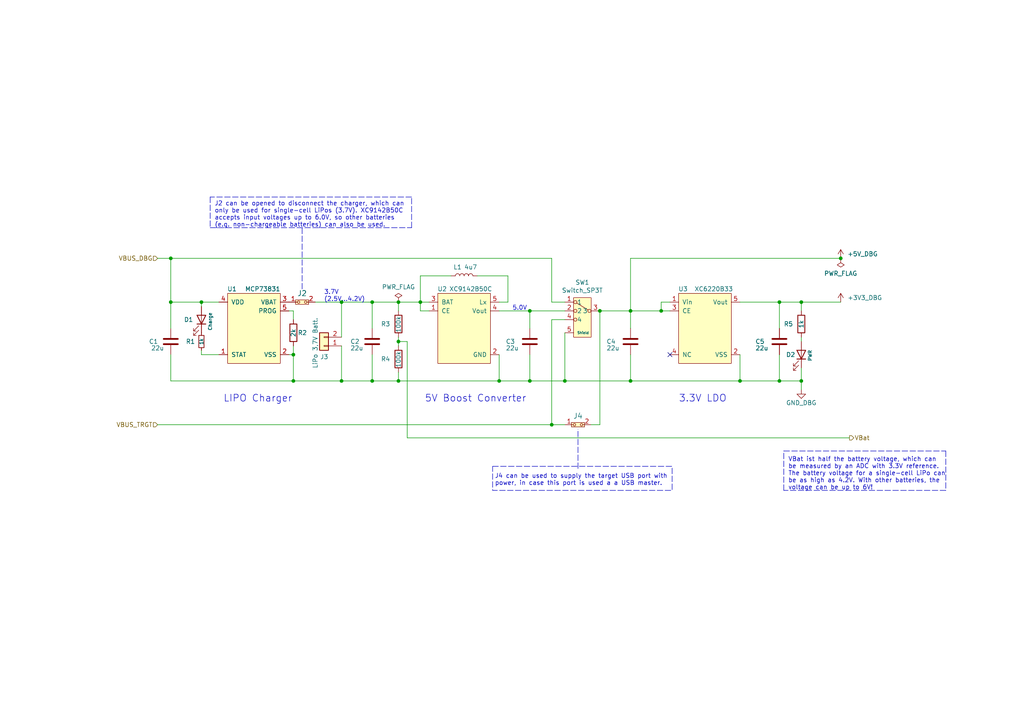
<source format=kicad_sch>
(kicad_sch (version 20231120) (generator "eeschema") (generator_version "8.0")
  (paper "A4")
  (title_block (title "RP2350 Launchpad") (date "2024-12-10") (rev "v1.0") (company "ISS Intelligent Sensor Solutions") (comment 1 "(C) 2024 A. Terstegge") (comment 2 "and integrated RP2040-based debugger") (comment 3 "A TI-style Launchpad with RP2350 MCU"))
  (lib_symbols
    (symbol "Connector_Generic:Conn_01x02" (pin_names (offset 1.016) hide)
      (property "Reference" "J" (at 0 2.54 0))
      (property "Value" "Conn_01x02" (at 0 -5.08 0))
      (symbol "Conn_01x02_1_1"
        (rectangle (start -1.27 -2.413) (end 0 -2.667) (stroke (width 0.1524)))
        (rectangle (start -1.27 0.127) (end 0 -0.127) (stroke (width 0.1524)))
        (rectangle (start -1.27 1.27) (end 1.27 -3.81) (stroke (width 0.254)) (fill (type background)))
        (pin passive line (at -5.08 0 0) (length 3.81) (name "Pin_1") (number "1"))
        (pin passive line (at -5.08 -2.54 0) (length 3.81) (name "Pin_2") (number "2"))
      )
    )
    (symbol "Device:C" (pin_numbers hide) (pin_names (offset 0.254))
      (property "Reference" "C" (at 0.635 2.54 0))
      (property "Value" "C" (at 0.635 -2.54 0))
      (symbol "C_0_1"
        (polyline (pts (xy -2.032 -0.762) (xy 2.032 -0.762)) (stroke (width 0.508)))
        (polyline (pts (xy -2.032 0.762) (xy 2.032 0.762)) (stroke (width 0.508)))
      )
      (symbol "C_1_1"
        (pin passive line (at 0 3.81 270) (length 2.794) (name "~") (number "1"))
        (pin passive line (at 0 -3.81 90) (length 2.794) (name "~") (number "2"))
      )
    )
    (symbol "Device:L" (pin_numbers hide) (pin_names (offset 1.016) hide)
      (property "Reference" "L" (at -1.27 0 90))
      (property "Value" "L" (at 1.905 0 90))
      (symbol "L_0_1"
        (arc (start 0 -2.54) (mid 0.6323 -1.905) (end 0 -1.27))
        (arc (start 0 -1.27) (mid 0.6323 -0.635) (end 0 0))
        (arc (start 0 0) (mid 0.6323 0.635) (end 0 1.27))
        (arc (start 0 1.27) (mid 0.6323 1.905) (end 0 2.54))
      )
      (symbol "L_1_1"
        (pin passive line (at 0 3.81 270) (length 1.27) (name "1") (number "1"))
        (pin passive line (at 0 -3.81 90) (length 1.27) (name "2") (number "2"))
      )
    )
    (symbol "Device:LED" (pin_numbers hide) (pin_names (offset 1.016) hide)
      (property "Reference" "D" (at 0 2.54 0))
      (property "Value" "LED" (at 0 -2.54 0))
      (symbol "LED_0_1"
        (polyline (pts (xy -1.27 -1.27) (xy -1.27 1.27)) (stroke (width 0.254)))
        (polyline (pts (xy -1.27 0) (xy 1.27 0)))
        (polyline (pts (xy 1.27 -1.27) (xy 1.27 1.27) (xy -1.27 0) (xy 1.27 -1.27)) (stroke (width 0.254)))
        (polyline (pts (xy -3.048 -0.762) (xy -4.572 -2.286) (xy -3.81 -2.286) (xy -4.572 -2.286) (xy -4.572 -1.524)))
        (polyline (pts (xy -1.778 -0.762) (xy -3.302 -2.286) (xy -2.54 -2.286) (xy -3.302 -2.286) (xy -3.302 -1.524)))
      )
      (symbol "LED_1_1"
        (pin passive line (at -3.81 0 0) (length 2.54) (name "K") (number "1"))
        (pin passive line (at 3.81 0 180) (length 2.54) (name "A") (number "2"))
      )
    )
    (symbol "Device:R" (pin_numbers hide) (pin_names (offset 0))
      (property "Reference" "R" (at 2.032 0 90))
      (property "Value" "R" (at 0 0 90))
      (symbol "R_0_1"
        (rectangle (start -1.016 -2.54) (end 1.016 2.54) (stroke (width 0.254)))
      )
      (symbol "R_1_1"
        (pin passive line (at 0 3.81 270) (length 1.27) (name "~") (number "1"))
        (pin passive line (at 0 -3.81 90) (length 1.27) (name "~") (number "2"))
      )
    )
    (symbol "Device:R_Small" (pin_numbers hide) (pin_names (offset 0.254) hide)
      (property "Reference" "R" (at 0.762 0.508 0))
      (property "Value" "R_Small" (at 0.762 -1.016 0))
      (symbol "R_Small_0_1"
        (rectangle (start -0.762 1.778) (end 0.762 -1.778) (stroke (width 0.2032)))
      )
      (symbol "R_Small_1_1"
        (pin passive line (at 0 2.54 270) (length 0.762) (name "~") (number "1"))
        (pin passive line (at 0 -2.54 90) (length 0.762) (name "~") (number "2"))
      )
    )
    (symbol "power:PWR_FLAG" (power) (pin_numbers hide) (pin_names (offset 0) hide)
      (property "Value" "PWR_FLAG" (at 0 3.81 0))
      (symbol "PWR_FLAG_0_0"
        (pin power_out line (at 0 0 90) (length 0) (name "~") (number "1"))
      )
      (symbol "PWR_FLAG_0_1"
        (polyline (pts (xy 0 0) (xy 0 1.27) (xy -1.016 1.905) (xy 0 2.54) (xy 1.016 1.905) (xy 0 1.27)))
      )
    )
    (symbol "rp2350b-launchpad-PCB:+3V3_DBG" (power) (pin_names (offset 0))
      (property "Value" "+3V3_DBG" (at 0 3.556 0))
      (symbol "+3V3_DBG_0_1"
        (polyline (pts (xy -0.762 1.27) (xy 0 2.54)))
        (polyline (pts (xy 0 0) (xy 0 2.54)))
        (polyline (pts (xy 0 2.54) (xy 0.762 1.27)))
      )
      (symbol "+3V3_DBG_1_1"
        (pin power_in line (at 0 0 90) (length 0) hide (name "+3V3_DBG") (number "1"))
      )
    )
    (symbol "rp2350b-launchpad-PCB:+5V_DBG" (power) (pin_names (offset 0))
      (property "Value" "+5V_DBG" (at 0 3.81 0))
      (symbol "+5V_DBG_0_1"
        (polyline (pts (xy -0.762 1.27) (xy 0 2.54)))
        (polyline (pts (xy 0 0) (xy 0 2.54)))
        (polyline (pts (xy 0 2.54) (xy 0.762 1.27)))
      )
      (symbol "+5V_DBG_1_1"
        (pin power_in line (at 0 0 90) (length 0) hide (name "+5V_DBG") (number "1"))
      )
    )
    (symbol "rp2350b-launchpad-PCB:GND_DBG" (power) (pin_names (offset 0))
      (property "Value" "GND_DBG" (at 0 -3.81 0))
      (symbol "GND_DBG_0_1"
        (polyline (pts (xy 0 0) (xy 0 -1.27) (xy 1.27 -1.27) (xy 0 -2.54) (xy -1.27 -1.27) (xy 0 -1.27)))
      )
      (symbol "GND_DBG_1_1"
        (pin power_in line (at 0 0 270) (length 0) hide (name "GND_DBG") (number "1"))
      )
    )
    (symbol "rp2350b-launchpad-PCB:Jumper" (pin_names (offset 1.016))
      (property "Reference" "J" (at -3.302 3.048 0))
      (property "Value" "Jumper" (at 2.794 3.302 0))
      (symbol "Jumper_0_1"
        (rectangle (start -1.905 0.635) (end 1.905 -0.635) (fill (type background)))
        (circle (center -1.016 0) (radius 0.3556))
        (circle (center 1.016 0) (radius 0.3556))
      )
      (symbol "Jumper_1_1"
        (pin passive line (at -3.81 0 0) (length 2.4384) (name "~") (number "1"))
        (pin passive line (at 3.81 0 180) (length 2.4384) (name "~") (number "2"))
      )
    )
    (symbol "rp2350b-launchpad-PCB:MCP73831" (pin_names (offset 1.016))
      (property "Reference" "U" (at -6.35 11.43 0))
      (property "Value" "MCP73831" (at -2.54 -11.43 0))
      (symbol "MCP73831_0_1"
        (rectangle (start -7.62 -10.16) (end 7.62 10.16) (fill (type background)))
      )
      (symbol "MCP73831_1_1"
        (pin power_out line (at -10.16 -7.62 0) (length 2.54) (name "STAT") (number "1"))
        (pin power_in line (at 10.16 -7.62 180) (length 2.54) (name "VSS") (number "2"))
        (pin power_out line (at 10.16 7.62 180) (length 2.54) (name "VBAT") (number "3"))
        (pin power_in line (at -10.16 7.62 0) (length 2.54) (name "VDD") (number "4"))
        (pin passive line (at 10.16 5.08 180) (length 2.54) (name "PROG") (number "5"))
      )
    )
    (symbol "rp2350b-launchpad-PCB:Switch_SP3T" (pin_names (offset 1.016))
      (property "Reference" "SW" (at -3.81 2.54 0))
      (property "Value" "Switch_SP3T" (at -2.54 -11.43 0))
      (symbol "Switch_SP3T_0_1"
        (rectangle (start 0 -10.16) (end -5.08 1.27) (fill (type background)))
      )
      (symbol "Switch_SP3T_1_1"
        (circle (center -4.572 -2.54) (radius 0.4572))
        (circle (center -0.508 -5.08) (radius 0.4572))
        (circle (center -0.508 -2.54) (radius 0.4572))
        (circle (center -0.508 0) (radius 0.4572))
        (polyline (pts (xy -4.191 -2.286) (xy -0.889 -0.254)))
        (pin passive line (at 2.54 0 180) (length 2.54) (name "1") (number "1"))
        (pin passive line (at 2.54 -2.54 180) (length 2.54) (name "2") (number "2"))
        (pin passive line (at -7.62 -2.54 0) (length 2.54) (name "3") (number "3"))
        (pin passive line (at 2.54 -5.08 180) (length 2.54) (name "4") (number "4"))
        (pin passive line (at 2.54 -8.89 180) (length 2.54) (name "Shield") (number "5"))
      )
    )
    (symbol "rp2350b-launchpad-PCB:XC6220B33" (pin_names (offset 1.016))
      (property "Reference" "U" (at -6.35 11.43 0))
      (property "Value" "XC6220B33" (at -2.54 -11.43 0))
      (symbol "XC6220B33_0_1"
        (rectangle (start -7.62 -10.16) (end 7.62 10.16) (fill (type background)))
      )
      (symbol "XC6220B33_1_1"
        (pin power_in line (at -10.16 7.62 0) (length 2.54) (name "Vin") (number "1"))
        (pin power_in line (at 10.16 -7.62 180) (length 2.54) (name "VSS") (number "2"))
        (pin input line (at -10.16 5.08 0) (length 2.54) (name "CE") (number "3"))
        (pin passive line (at -10.16 -7.62 0) (length 2.54) (name "NC") (number "4"))
        (pin power_out line (at 10.16 7.62 180) (length 2.54) (name "Vout") (number "5"))
      )
    )
    (symbol "rp2350b-launchpad-PCB:XC9142B50C" (pin_names (offset 1.016))
      (property "Reference" "U" (at -6.35 11.43 0))
      (property "Value" "XC9142B50C" (at -1.27 -11.43 0))
      (symbol "XC9142B50C_0_1"
        (rectangle (start -7.62 -10.16) (end 7.62 10.16) (fill (type background)))
      )
      (symbol "XC9142B50C_1_1"
        (pin input line (at -10.16 5.08 0) (length 2.54) (name "CE") (number "1"))
        (pin power_in line (at 10.16 -7.62 180) (length 2.54) (name "GND") (number "2"))
        (pin power_in line (at -10.16 7.62 0) (length 2.54) (name "BAT") (number "3"))
        (pin power_out line (at 10.16 5.08 180) (length 2.54) (name "Vout") (number "4"))
        (pin passive line (at 10.16 7.62 180) (length 2.54) (name "Lx") (number "5"))
      )
    )
  )
  (junction (at 85.09 110.49))
  (junction (at 243.84 74.93))
  (junction (at 99.06 110.49))
  (junction (at 182.88 90.17))
  (junction (at 153.67 90.17))
  (junction (at 49.53 74.93))
  (junction (at 214.63 110.49))
  (junction (at 144.78 110.49))
  (junction (at 191.77 90.17))
  (junction (at 115.57 110.49))
  (junction (at 232.41 87.63))
  (junction (at 107.95 110.49))
  (junction (at 232.41 110.49))
  (junction (at 85.09 102.87))
  (junction (at 107.95 87.63))
  (junction (at 226.06 87.63))
  (junction (at 121.92 87.63))
  (junction (at 58.42 87.63))
  (junction (at 99.06 87.63))
  (junction (at 182.88 110.49))
  (junction (at 226.06 110.49))
  (junction (at 115.57 99.06))
  (junction (at 163.83 110.49))
  (junction (at 49.53 87.63))
  (junction (at 160.02 123.19))
  (junction (at 173.99 90.17))
  (junction (at 115.57 87.63))
  (junction (at 153.67 110.49))
  (no_connect (at 194.31 102.87))
  (polyline (pts (xy 274.32 130.81) (xy 274.32 142.24)) (stroke (width 0) (type dash)))
  (polyline (pts (xy 227.33 142.24) (xy 227.33 130.81)) (stroke (width 0) (type dash)))
  (wire (pts (xy 171.45 123.19) (xy 173.99 123.19)))
  (wire (pts (xy 144.78 90.17) (xy 153.67 90.17)))
  (wire (pts (xy 160.02 92.71) (xy 163.83 92.71)))
  (wire (pts (xy 124.46 87.63) (xy 121.92 87.63)))
  (wire (pts (xy 182.88 90.17) (xy 191.77 90.17)))
  (wire (pts (xy 115.57 99.06) (xy 118.11 99.06)))
  (wire (pts (xy 83.82 102.87) (xy 85.09 102.87)))
  (wire (pts (xy 194.31 87.63) (xy 191.77 87.63)))
  (polyline (pts (xy 227.33 130.81) (xy 274.32 130.81)) (stroke (width 0) (type dash)))
  (polyline (pts (xy 60.96 57.15) (xy 60.96 66.04)) (stroke (width 0) (type dash)))
  (wire (pts (xy 121.92 87.63) (xy 121.92 90.17)))
  (wire (pts (xy 121.92 87.63) (xy 121.92 80.01)))
  (wire (pts (xy 232.41 113.03) (xy 232.41 110.49)))
  (wire (pts (xy 121.92 87.63) (xy 115.57 87.63)))
  (wire (pts (xy 49.53 87.63) (xy 58.42 87.63)))
  (wire (pts (xy 115.57 87.63) (xy 115.57 90.17)))
  (wire (pts (xy 49.53 102.87) (xy 49.53 110.49)))
  (wire (pts (xy 49.53 74.93) (xy 160.02 74.93)))
  (wire (pts (xy 160.02 123.19) (xy 45.72 123.19)))
  (wire (pts (xy 153.67 90.17) (xy 153.67 95.25)))
  (wire (pts (xy 163.83 96.52) (xy 163.83 110.49)))
  (wire (pts (xy 144.78 102.87) (xy 144.78 110.49)))
  (wire (pts (xy 85.09 110.49) (xy 85.09 102.87)))
  (wire (pts (xy 232.41 87.63) (xy 243.84 87.63)))
  (wire (pts (xy 45.72 74.93) (xy 49.53 74.93)))
  (wire (pts (xy 226.06 110.49) (xy 226.06 102.87)))
  (wire (pts (xy 194.31 90.17) (xy 191.77 90.17)))
  (polyline (pts (xy 60.96 66.04) (xy 119.38 66.04)) (stroke (width 0) (type dash)))
  (wire (pts (xy 99.06 100.33) (xy 99.06 110.49)))
  (wire (pts (xy 107.95 110.49) (xy 115.57 110.49)))
  (wire (pts (xy 49.53 110.49) (xy 85.09 110.49)))
  (wire (pts (xy 58.42 88.9) (xy 58.42 87.63)))
  (wire (pts (xy 153.67 110.49) (xy 163.83 110.49)))
  (wire (pts (xy 144.78 87.63) (xy 147.32 87.63)))
  (polyline (pts (xy 119.38 57.15) (xy 60.96 57.15)) (stroke (width 0) (type dash)))
  (wire (pts (xy 115.57 97.79) (xy 115.57 99.06)))
  (wire (pts (xy 58.42 87.63) (xy 63.5 87.63)))
  (wire (pts (xy 115.57 110.49) (xy 144.78 110.49)))
  (wire (pts (xy 138.43 80.01) (xy 147.32 80.01)))
  (wire (pts (xy 121.92 80.01) (xy 130.81 80.01)))
  (wire (pts (xy 182.88 74.93) (xy 243.84 74.93)))
  (wire (pts (xy 118.11 127) (xy 246.38 127)))
  (wire (pts (xy 173.99 90.17) (xy 182.88 90.17)))
  (wire (pts (xy 49.53 95.25) (xy 49.53 87.63)))
  (wire (pts (xy 124.46 90.17) (xy 121.92 90.17)))
  (wire (pts (xy 182.88 74.93) (xy 182.88 90.17)))
  (wire (pts (xy 232.41 87.63) (xy 232.41 90.17)))
  (wire (pts (xy 182.88 110.49) (xy 182.88 102.87)))
  (polyline (pts (xy 167.64 135.89) (xy 167.64 124.46)) (stroke (width 0) (type dash)))
  (wire (pts (xy 226.06 87.63) (xy 226.06 95.25)))
  (polyline (pts (xy 87.63 83.82) (xy 87.63 66.04)) (stroke (width 0) (type dash)))
  (wire (pts (xy 191.77 90.17) (xy 191.77 87.63)))
  (polyline (pts (xy 274.32 142.24) (xy 227.33 142.24)) (stroke (width 0) (type dash)))
  (wire (pts (xy 163.83 87.63) (xy 160.02 87.63)))
  (polyline (pts (xy 119.38 66.04) (xy 119.38 57.15)) (stroke (width 0) (type dash)))
  (wire (pts (xy 115.57 107.95) (xy 115.57 110.49)))
  (wire (pts (xy 147.32 87.63) (xy 147.32 80.01)))
  (wire (pts (xy 153.67 90.17) (xy 163.83 90.17)))
  (wire (pts (xy 83.82 90.17) (xy 85.09 90.17)))
  (wire (pts (xy 182.88 110.49) (xy 214.63 110.49)))
  (wire (pts (xy 118.11 99.06) (xy 118.11 127)))
  (wire (pts (xy 163.83 110.49) (xy 182.88 110.49)))
  (wire (pts (xy 214.63 110.49) (xy 214.63 102.87)))
  (wire (pts (xy 160.02 123.19) (xy 163.83 123.19)))
  (wire (pts (xy 107.95 102.87) (xy 107.95 110.49)))
  (wire (pts (xy 85.09 92.71) (xy 85.09 90.17)))
  (wire (pts (xy 99.06 87.63) (xy 99.06 97.79)))
  (wire (pts (xy 160.02 87.63) (xy 160.02 74.93)))
  (wire (pts (xy 107.95 87.63) (xy 115.57 87.63)))
  (wire (pts (xy 214.63 110.49) (xy 226.06 110.49)))
  (wire (pts (xy 91.44 87.63) (xy 99.06 87.63)))
  (wire (pts (xy 160.02 92.71) (xy 160.02 123.19)))
  (wire (pts (xy 85.09 100.33) (xy 85.09 102.87)))
  (wire (pts (xy 58.42 102.87) (xy 58.42 101.6)))
  (wire (pts (xy 153.67 110.49) (xy 153.67 102.87)))
  (wire (pts (xy 49.53 74.93) (xy 49.53 87.63)))
  (wire (pts (xy 107.95 87.63) (xy 107.95 95.25)))
  (wire (pts (xy 115.57 99.06) (xy 115.57 100.33)))
  (wire (pts (xy 226.06 87.63) (xy 232.41 87.63)))
  (wire (pts (xy 144.78 110.49) (xy 153.67 110.49)))
  (wire (pts (xy 232.41 106.68) (xy 232.41 110.49)))
  (wire (pts (xy 182.88 90.17) (xy 182.88 95.25)))
  (wire (pts (xy 99.06 110.49) (xy 85.09 110.49)))
  (wire (pts (xy 58.42 102.87) (xy 63.5 102.87)))
  (wire (pts (xy 173.99 123.19) (xy 173.99 90.17)))
  (wire (pts (xy 232.41 99.06) (xy 232.41 97.79)))
  (wire (pts (xy 107.95 110.49) (xy 99.06 110.49)))
  (wire (pts (xy 232.41 110.49) (xy 226.06 110.49)))
  (wire (pts (xy 214.63 87.63) (xy 226.06 87.63)))
  (wire (pts (xy 107.95 87.63) (xy 99.06 87.63)))
  (rectangle (start 142.875 135.255) (end 194.945 142.24) (stroke (width 0) (type dash)))
  (text "3.7V\n(2.5V...4.2V)" (at 93.98 87.63 0) (effects (font (size 1.27 1.27)) (justify left bottom)))
  (text "3.3V LDO" (at 196.85 116.84 0) (effects (font (size 2.0066 2.0066)) (justify left bottom)))
  (text "5V Boost Converter\n" (at 123.19 116.84 0) (effects (font (size 2.0066 2.0066)) (justify left bottom)))
  (text "VBat ist half the battery voltage, which can\nbe measured by an ADC with 3.3V reference.\nThe battery voltage for a single-cell LiPo can\nbe as high as 4.2V. With other batteries, the\nvoltage can be up to 6V!" (at 228.6 142.24 0) (effects (font (size 1.27 1.27)) (justify left bottom)))
  (text "J4 can be used to supply the target USB port with\npower, in case this port is used a a USB master." (at 143.51 140.97 0) (effects (font (size 1.27 1.27)) (justify left bottom)))
  (text "LIPO Charger" (at 64.77 116.84 0) (effects (font (size 2.0066 2.0066)) (justify left bottom)))
  (text "J2 can be opened to disconnect the charger, which can\nonly be used for single-cell LiPos (3.7V). XC9142B50C\naccepts input voltages up to 6.0V, so other batteries\n(e.g. non-chargeable batteries) can also be used." (at 62.23 66.04 0) (effects (font (size 1.27 1.27)) (justify left bottom)))
  (text "5.0V" (at 148.59 90.17 0) (effects (font (size 1.27 1.27)) (justify left bottom)))
  (hierarchical_label "VBUS_TRGT" (shape input) (at 45.72 123.19 180))
  (hierarchical_label "VBat" (shape output) (at 246.38 127 0))
  (hierarchical_label "VBUS_DBG" (shape input) (at 45.72 74.93 180))
  (symbol (lib_id "rp2350b-launchpad-PCB:+5V_DBG") (at 243.84 74.93 0) (unit 1)
    (property "Reference" "#PWR08" (effects (hide yes)))
    (property "Value" "+5V_DBG" (at 250.19 73.66 0))
    (property "Description" "Power symbol creates a global label with name \"+5V\"" (effects (hide yes)))
  )
  (symbol (lib_id "rp2350b-launchpad-PCB:+3V3_DBG") (at 243.84 87.63 0) (unit 1)
    (property "Reference" "#PWR09" (effects (hide yes)))
    (property "Value" "+3V3_DBG" (at 250.825 86.36 0))
    (property "Description" "Power symbol creates a global label with name \"+3V3\"" (effects (hide yes)))
  )
  (symbol (lib_id "power:PWR_FLAG") (at 115.57 87.63 0) (unit 1)
    (property "Reference" "#FLG03" (effects (hide yes)))
    (property "Value" "PWR_FLAG" (at 115.57 83.2358 0))
    (property "Description" "Special symbol for telling ERC where power comes from" (effects (hide yes)))
  )
  (symbol (lib_id "rp2350b-launchpad-PCB:XC9142B50C") (at 134.62 95.25 0) (unit 1)
    (property "Reference" "U2" (at 128.27 83.82 0))
    (property "Value" "XC9142B50C" (at 136.525 83.82 0))
    (property "Footprint" "Package_TO_SOT_SMD:SOT-23-5" (effects (hide yes)))
    (property "Datasheet" "https://www.digikey.de/de/products/detail/torex-semiconductor-ltd/XC9142A50CMR-G/10158636" (effects (hide yes)))
  )
  (symbol (lib_id "rp2350b-launchpad-PCB:XC6220B33") (at 204.47 95.25 0) (unit 1)
    (property "Reference" "U3" (at 198.12 83.82 0))
    (property "Value" "XC6220B33" (at 207.01 83.82 0))
    (property "Footprint" "Package_TO_SOT_SMD:SOT-23-5" (effects (hide yes)))
    (property "Datasheet" "https://www.digikey.de/de/products/detail/torex-semiconductor-ltd/XC6220B331MR-G/2138177" (effects (hide yes)))
  )
  (symbol (lib_id "Connector_Generic:Conn_01x02") (at 93.98 100.33 180) (unit 1)
    (property "Reference" "J3" (at 95.25 103.505 0) (effects (justify left)))
    (property "Value" "LiPo 3,7V Batt." (at 91.44 92.075 90) (effects (justify left)))
    (property "Footprint" "rp2350b-launchpad-PCB:JST-S2B-PH-KL" (effects (hide yes)))
    (property "Datasheet" "wird nicht bestückt" (effects (hide yes)))
  )
  (symbol (lib_id "Device:L") (at 134.62 80.01 90) (unit 1)
    (property "Reference" "L1" (at 132.715 77.47 90))
    (property "Value" "4u7" (at 136.525 77.47 90))
    (property "Footprint" "Inductor_SMD:L_1008_2520Metric" (effects (hide yes)))
    (property "Datasheet" "https://www.digikey.de/de/products/detail/bourns-inc/CVH252009-4R7M/3440074?s=N4IgjCBcoEwAwA4DsVQGMoDMCGAbAzgKYA0IA9lANogAsAdEgAQCtAEiALqkAOALlCACqAOwCWvAPKYAsoWz4ArgCdCIAL5rSMKiADCANVYwArPDgBOTmqA" (effects (hide yes)))
    (property "MANUFACTURER" "BOURNS" (effects (hide yes)))
  )
  (symbol (lib_id "Device:R_Small") (at 58.42 99.06 0) (unit 1)
    (property "Reference" "R1" (at 55.245 99.06 0))
    (property "Value" "1k" (at 58.42 99.06 90) (effects (font (size 1.016 1.016))))
    (property "Footprint" "Resistor_SMD:R_0603_1608Metric" (effects (hide yes)))
    (property "Datasheet" "https://www.digikey.de/de/products/detail/yageo/AC0603JR-101KL/14286501" (effects (hide yes)))
    (property "STANDARD" "unkritisch" (effects (hide yes)))
  )
  (symbol (lib_id "rp2350b-launchpad-PCB:GND_DBG") (at 232.41 113.03 0) (unit 1)
    (property "Reference" "#PWR07" (effects (hide yes)))
    (property "Value" "GND_DBG" (at 232.41 116.84 0))
    (property "Description" "Power symbol creates a global label with name \"GND\" , ground" (effects (hide yes)))
  )
  (symbol (lib_id "Device:R") (at 115.57 93.98 0) (unit 1)
    (property "Reference" "R3" (at 110.49 93.98 0) (effects (justify left)))
    (property "Value" "100k" (at 115.57 96.52 90) (effects (justify left)))
    (property "Footprint" "Resistor_SMD:R_0603_1608Metric" (effects (hide yes)))
    (property "Datasheet" "https://www.digikey.de/de/products/detail/yageo/AF0603FR-07100KL/5900861" (effects (hide yes)))
    (property "STANDARD" "unkritisch" (effects (hide yes)))
  )
  (symbol (lib_id "Device:R") (at 115.57 104.14 0) (unit 1)
    (property "Reference" "R4" (at 110.49 104.14 0) (effects (justify left)))
    (property "Value" "100k" (at 115.57 106.68 90) (effects (justify left)))
    (property "Footprint" "Resistor_SMD:R_0603_1608Metric" (effects (hide yes)))
    (property "Datasheet" "https://www.digikey.de/de/products/detail/yageo/AF0603FR-07100KL/5900861" (effects (hide yes)))
    (property "STANDARD" "unkritisch" (effects (hide yes)))
  )
  (symbol (lib_id "rp2350b-launchpad-PCB:MCP73831") (at 73.66 95.25 0) (unit 1)
    (property "Reference" "U1" (at 67.31 83.82 0))
    (property "Value" "MCP73831" (at 76.2 83.82 0))
    (property "Footprint" "Package_TO_SOT_SMD:SOT-23-5" (effects (hide yes)))
    (property "Datasheet" "https://www.digikey.de/de/products/detail/microchip-technology/MCP73831T-2ACI-OT/964301" (effects (hide yes)))
  )
  (symbol (lib_id "Device:LED") (at 58.42 92.71 270) (mirror x) (unit 1)
    (property "Reference" "D1" (at 53.34 92.71 90) (effects (justify left)))
    (property "Value" "Charge" (at 60.96 95.885 0) (effects (font (size 0.9906 0.9906)) (justify left)))
    (property "Footprint" "LED_SMD:LED_0603_1608Metric" (effects (hide yes)))
    (property "Datasheet" "https://www.digikey.de/de/products/detail/harvatek-corporation/B1911UD-20D001014U1930/15519993" (effects (hide yes)))
    (property "STANDARD" "unkritisch" (effects (hide yes)))
  )
  (symbol (lib_id "Device:C") (at 49.53 99.06 180) (unit 1)
    (property "Reference" "C1" (at 43.18 99.06 0) (effects (justify right)))
    (property "Value" "22u" (at 43.815 100.965 0) (effects (justify right)))
    (property "Footprint" "Capacitor_SMD:C_0805_2012Metric" (effects (hide yes)))
    (property "Datasheet" "https://www.digikey.de/de/products/detail/kemet/C0805C226M8PAC7210/12701023" (effects (hide yes)))
    (property "MANUFACTURER" "z.B. Kemet" (effects (hide yes)))
  )
  (symbol (lib_id "Device:C") (at 107.95 99.06 180) (unit 1)
    (property "Reference" "C2" (at 101.6 99.06 0) (effects (justify right)))
    (property "Value" "22u" (at 101.6 100.965 0) (effects (justify right)))
    (property "Footprint" "Capacitor_SMD:C_0805_2012Metric" (effects (hide yes)))
    (property "Datasheet" "https://www.digikey.de/de/products/detail/kemet/C0805C226M8PAC7210/12701023" (effects (hide yes)))
    (property "MANUFACTURER" "z.B. Kemet" (effects (hide yes)))
  )
  (symbol (lib_id "Device:R") (at 85.09 96.52 0) (unit 1)
    (property "Reference" "R2" (at 86.36 96.52 0) (effects (justify left)))
    (property "Value" "2k" (at 85.09 97.79 90) (effects (justify left)))
    (property "Footprint" "Resistor_SMD:R_0603_1608Metric" (effects (hide yes)))
    (property "Datasheet" "https://www.digikey.de/de/products/detail/panasonic-electronic-components/ERJ-3EKF2001V/196183" (effects (hide yes)))
    (property "STANDARD" "1% Toleranz" (effects (hide yes)))
  )
  (symbol (lib_id "Device:C") (at 153.67 99.06 180) (unit 1)
    (property "Reference" "C3" (at 146.685 99.06 0) (effects (justify right)))
    (property "Value" "22u" (at 146.685 100.965 0) (effects (justify right)))
    (property "Footprint" "Capacitor_SMD:C_0805_2012Metric" (effects (hide yes)))
    (property "Datasheet" "https://www.digikey.de/de/products/detail/kemet/C0805C226M8PAC7210/12701023" (effects (hide yes)))
    (property "MANUFACTURER" "z.B. Kemet" (effects (hide yes)))
  )
  (symbol (lib_id "Device:C") (at 182.88 99.06 180) (unit 1)
    (property "Reference" "C4" (at 175.895 99.06 0) (effects (justify right)))
    (property "Value" "22u" (at 175.895 100.965 0) (effects (justify right)))
    (property "Footprint" "Capacitor_SMD:C_0805_2012Metric" (effects (hide yes)))
    (property "Datasheet" "https://www.digikey.de/de/products/detail/kemet/C0805C226M8PAC7210/12701023" (effects (hide yes)))
    (property "MANUFACTURER" "z.B. Kemet" (effects (hide yes)))
  )
  (symbol (lib_id "Device:C") (at 226.06 99.06 180) (unit 1)
    (property "Reference" "C5" (at 219.075 99.06 0) (effects (justify right)))
    (property "Value" "22u" (at 219.075 100.965 0) (effects (justify right)))
    (property "Footprint" "Capacitor_SMD:C_0805_2012Metric" (effects (hide yes)))
    (property "Datasheet" "https://www.digikey.de/de/products/detail/kemet/C0805C226M8PAC7210/12701023" (effects (hide yes)))
    (property "MANUFACTURER" "z.B. Kemet" (effects (hide yes)))
  )
  (symbol (lib_id "Device:LED") (at 232.41 102.87 270) (mirror x) (unit 1)
    (property "Reference" "D2" (at 227.965 102.87 90) (effects (justify left)))
    (property "Value" "PWR" (at 234.95 104.775 0) (effects (font (size 0.9906 0.9906)) (justify left)))
    (property "Footprint" "LED_SMD:LED_0603_1608Metric" (effects (hide yes)))
    (property "Datasheet" "https://www.digikey.de/de/products/detail/harvatek-corporation/B1911UD-20D001014U1930/15519993" (effects (hide yes)))
    (property "STANDARD" "unkritisch" (effects (hide yes)))
  )
  (symbol (lib_id "Device:R") (at 232.41 93.98 0) (unit 1)
    (property "Reference" "R5" (at 227.33 93.98 0) (effects (justify left)))
    (property "Value" "1k" (at 232.41 95.25 90) (effects (justify left)))
    (property "Footprint" "Resistor_SMD:R_0603_1608Metric" (effects (hide yes)))
    (property "Datasheet" "https://www.digikey.de/de/products/detail/yageo/AC0603JR-101KL/14286501" (effects (hide yes)))
    (property "STANDARD" "unkritisch" (effects (hide yes)))
  )
  (symbol (lib_id "rp2350b-launchpad-PCB:Jumper") (at 87.63 87.63 0) (unit 1)
    (property "Reference" "J2" (at 87.63 85.09 0) (effects (font (size 1.524 1.524))))
    (property "Value" "Jumper" (effects (hide yes)))
    (property "Footprint" "Jumper:SolderJumper-2_P1.3mm_Bridged_RoundedPad1.0x1.5mm" (effects (hide yes)))
    (property "Datasheet" "wird nicht bestückt" (effects (hide yes)))
  )
  (symbol (lib_id "power:PWR_FLAG") (at 243.84 74.93 180) (unit 1)
    (property "Reference" "#FLG04" (effects (hide yes)))
    (property "Value" "PWR_FLAG" (at 243.84 79.3242 0))
    (property "Description" "Special symbol for telling ERC where power comes from" (effects (hide yes)))
  )
  (symbol (lib_id "rp2350b-launchpad-PCB:Switch_SP3T") (at 166.37 87.63 0) (mirror y) (unit 1)
    (property "Reference" "SW1" (at 168.91 81.915 0))
    (property "Value" "Switch_SP3T" (at 168.91 84.2264 0))
    (property "Footprint" "rp2350b-launchpad-PCB:PCM13SMTR" (effects (hide yes)))
  )
  (symbol (lib_id "rp2350b-launchpad-PCB:Jumper") (at 167.64 123.19 0) (unit 1)
    (property "Reference" "J4" (at 167.64 120.65 0) (effects (font (size 1.524 1.524))))
    (property "Value" "Jumper" (effects (hide yes)))
    (property "Footprint" "Connector_PinHeader_2.54mm:PinHeader_1x02_P2.54mm_Vertical" (effects (hide yes)))
    (property "Datasheet" "wird nicht bestückt" (effects (hide yes)))
  )
)
</source>
